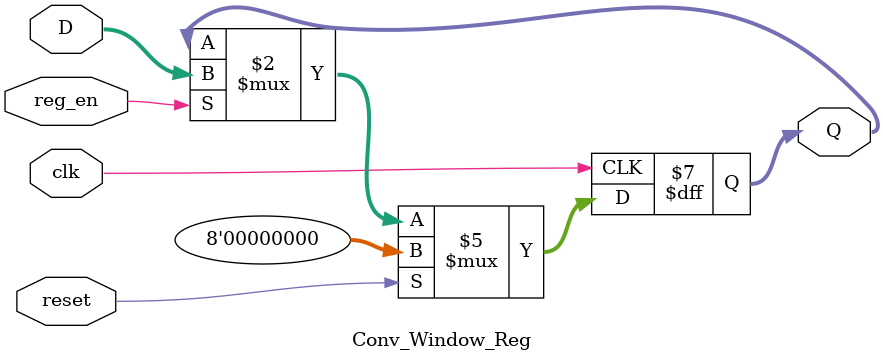
<source format=sv>
`timescale 1ns / 1ps


//Design of a nnegative edge triggered flip flop
module Conv_Window_Reg
#(DATA_WIDTH=8
)// parameterization to make for easier editing further along the line

//port declaration
(input wire clk,
input wire reset,
input wire reg_en,
input reg [DATA_WIDTH-1:0]D,
output reg [DATA_WIDTH-1:0]Q
    );  
//behaviour declaration of the flip before
//synchronous reset    
always @ (negedge clk)begin
if (reset)
    Q <=0;
else if (reg_en)
    Q <= D;
end

endmodule

</source>
